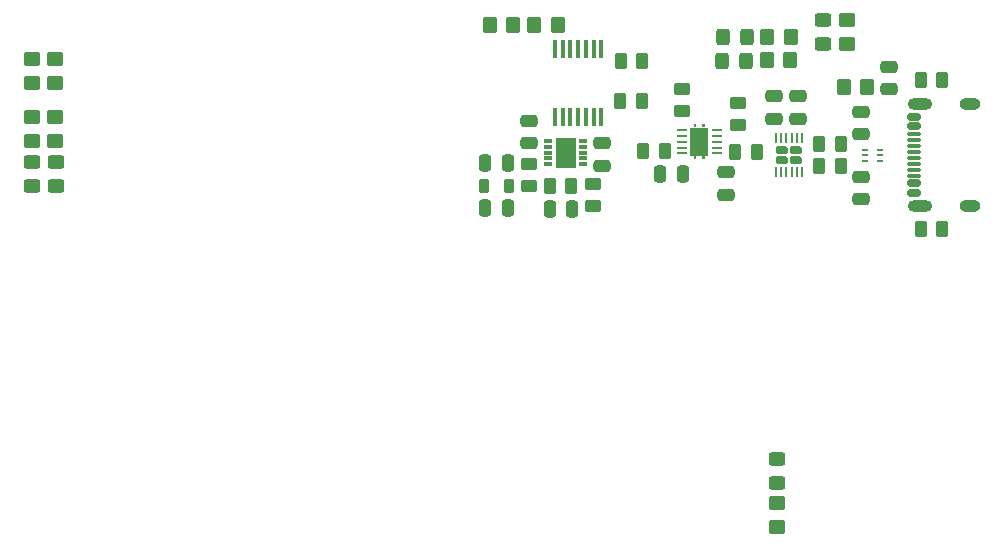
<source format=gbr>
%TF.GenerationSoftware,KiCad,Pcbnew,8.0.8*%
%TF.CreationDate,2025-03-09T10:32:03-07:00*%
%TF.ProjectId,live-video-multi-function-board,6c697665-2d76-4696-9465-6f2d6d756c74,rev?*%
%TF.SameCoordinates,Original*%
%TF.FileFunction,Paste,Top*%
%TF.FilePolarity,Positive*%
%FSLAX46Y46*%
G04 Gerber Fmt 4.6, Leading zero omitted, Abs format (unit mm)*
G04 Created by KiCad (PCBNEW 8.0.8) date 2025-03-09 10:32:03*
%MOMM*%
%LPD*%
G01*
G04 APERTURE LIST*
G04 Aperture macros list*
%AMRoundRect*
0 Rectangle with rounded corners*
0 $1 Rounding radius*
0 $2 $3 $4 $5 $6 $7 $8 $9 X,Y pos of 4 corners*
0 Add a 4 corners polygon primitive as box body*
4,1,4,$2,$3,$4,$5,$6,$7,$8,$9,$2,$3,0*
0 Add four circle primitives for the rounded corners*
1,1,$1+$1,$2,$3*
1,1,$1+$1,$4,$5*
1,1,$1+$1,$6,$7*
1,1,$1+$1,$8,$9*
0 Add four rect primitives between the rounded corners*
20,1,$1+$1,$2,$3,$4,$5,0*
20,1,$1+$1,$4,$5,$6,$7,0*
20,1,$1+$1,$6,$7,$8,$9,0*
20,1,$1+$1,$8,$9,$2,$3,0*%
G04 Aperture macros list end*
%ADD10C,0.000000*%
%ADD11RoundRect,0.172500X-0.332500X0.172500X-0.332500X-0.172500X0.332500X-0.172500X0.332500X0.172500X0*%
%ADD12RoundRect,0.050000X-0.050000X0.350000X-0.050000X-0.350000X0.050000X-0.350000X0.050000X0.350000X0*%
%ADD13RoundRect,0.250000X-0.350000X-0.450000X0.350000X-0.450000X0.350000X0.450000X-0.350000X0.450000X0*%
%ADD14RoundRect,0.250000X0.262500X0.450000X-0.262500X0.450000X-0.262500X-0.450000X0.262500X-0.450000X0*%
%ADD15RoundRect,0.250000X-0.450000X0.350000X-0.450000X-0.350000X0.450000X-0.350000X0.450000X0.350000X0*%
%ADD16RoundRect,0.250000X0.325000X0.450000X-0.325000X0.450000X-0.325000X-0.450000X0.325000X-0.450000X0*%
%ADD17RoundRect,0.250000X-0.262500X-0.450000X0.262500X-0.450000X0.262500X0.450000X-0.262500X0.450000X0*%
%ADD18RoundRect,0.250000X0.350000X0.450000X-0.350000X0.450000X-0.350000X-0.450000X0.350000X-0.450000X0*%
%ADD19RoundRect,0.250000X0.450000X-0.350000X0.450000X0.350000X-0.450000X0.350000X-0.450000X-0.350000X0*%
%ADD20RoundRect,0.250000X-0.450000X0.325000X-0.450000X-0.325000X0.450000X-0.325000X0.450000X0.325000X0*%
%ADD21RoundRect,0.250000X0.475000X-0.250000X0.475000X0.250000X-0.475000X0.250000X-0.475000X-0.250000X0*%
%ADD22RoundRect,0.150000X0.425000X-0.150000X0.425000X0.150000X-0.425000X0.150000X-0.425000X-0.150000X0*%
%ADD23RoundRect,0.075000X0.500000X-0.075000X0.500000X0.075000X-0.500000X0.075000X-0.500000X-0.075000X0*%
%ADD24O,2.100000X1.000000*%
%ADD25O,1.800000X1.000000*%
%ADD26R,0.812800X0.254000*%
%ADD27R,1.650000X2.400000*%
%ADD28RoundRect,0.250000X0.250000X0.475000X-0.250000X0.475000X-0.250000X-0.475000X0.250000X-0.475000X0*%
%ADD29RoundRect,0.051250X0.153750X-0.733750X0.153750X0.733750X-0.153750X0.733750X-0.153750X-0.733750X0*%
%ADD30RoundRect,0.250000X-0.475000X0.250000X-0.475000X-0.250000X0.475000X-0.250000X0.475000X0.250000X0*%
%ADD31R,0.584200X0.279400*%
%ADD32RoundRect,0.250000X0.450000X-0.262500X0.450000X0.262500X-0.450000X0.262500X-0.450000X-0.262500X0*%
%ADD33R,0.800000X0.300000*%
%ADD34R,1.750000X2.500000*%
%ADD35RoundRect,0.250000X-0.450000X0.262500X-0.450000X-0.262500X0.450000X-0.262500X0.450000X0.262500X0*%
%ADD36RoundRect,0.250000X-0.250000X-0.475000X0.250000X-0.475000X0.250000X0.475000X-0.250000X0.475000X0*%
%ADD37RoundRect,0.250000X0.450000X-0.325000X0.450000X0.325000X-0.450000X0.325000X-0.450000X-0.325000X0*%
%ADD38RoundRect,0.218750X0.218750X0.381250X-0.218750X0.381250X-0.218750X-0.381250X0.218750X-0.381250X0*%
G04 APERTURE END LIST*
D10*
%TO.C,U2*%
G36*
X164042737Y-83644748D02*
G01*
X163792737Y-83644748D01*
X163792737Y-83344748D01*
X164042737Y-83344748D01*
X164042737Y-83644748D01*
G37*
G36*
X164042737Y-83644748D02*
G01*
X163792737Y-83644748D01*
X163792737Y-83344748D01*
X164042737Y-83344748D01*
X164042737Y-83644748D01*
G37*
G36*
X164042737Y-86344748D02*
G01*
X163792737Y-86344748D01*
X163792737Y-86044748D01*
X164042737Y-86044748D01*
X164042737Y-86344748D01*
G37*
G36*
X164042737Y-86344748D02*
G01*
X163792737Y-86344748D01*
X163792737Y-86044748D01*
X164042737Y-86044748D01*
X164042737Y-86344748D01*
G37*
G36*
X164792863Y-83644748D02*
G01*
X164542863Y-83644748D01*
X164542863Y-83344748D01*
X164792863Y-83344748D01*
X164792863Y-83644748D01*
G37*
G36*
X164792863Y-83644748D02*
G01*
X164542863Y-83644748D01*
X164542863Y-83344748D01*
X164792863Y-83344748D01*
X164792863Y-83644748D01*
G37*
G36*
X164792863Y-86344748D02*
G01*
X164542863Y-86344748D01*
X164542863Y-86044748D01*
X164792863Y-86044748D01*
X164792863Y-86344748D01*
G37*
G36*
X164792863Y-86344748D02*
G01*
X164542863Y-86344748D01*
X164542863Y-86044748D01*
X164792863Y-86044748D01*
X164792863Y-86344748D01*
G37*
%TD*%
D11*
%TO.C,U4*%
X172495000Y-85545000D03*
X171245000Y-85545000D03*
X172495000Y-86395000D03*
X171245000Y-86395000D03*
D12*
X172995000Y-84520000D03*
X172545000Y-84520000D03*
X172095000Y-84520000D03*
X171645000Y-84520000D03*
X171195000Y-84520000D03*
X170745000Y-84520000D03*
X170745000Y-87420000D03*
X171195000Y-87420000D03*
X171645000Y-87420000D03*
X172095000Y-87420000D03*
X172545000Y-87420000D03*
X172995000Y-87420000D03*
%TD*%
D13*
%TO.C,R19*%
X170030000Y-76005000D03*
X172030000Y-76005000D03*
%TD*%
%TO.C,FB1*%
X176500000Y-80210000D03*
X178500000Y-80210000D03*
%TD*%
D14*
%TO.C,R18*%
X159437500Y-78015000D03*
X157612500Y-78015000D03*
%TD*%
D15*
%TO.C,R5*%
X176750000Y-74560000D03*
X176750000Y-76560000D03*
%TD*%
D16*
%TO.C,BSTAT2*%
X168300000Y-76010000D03*
X166250000Y-76010000D03*
%TD*%
D17*
%TO.C,R9*%
X183025000Y-92260000D03*
X184850000Y-92260000D03*
%TD*%
D18*
%TO.C,R22*%
X152300000Y-74960000D03*
X150300000Y-74960000D03*
%TD*%
D19*
%TO.C,R6*%
X109750000Y-79860000D03*
X109750000Y-77860000D03*
%TD*%
D20*
%TO.C,VBus1*%
X174725000Y-74562500D03*
X174725000Y-76612500D03*
%TD*%
D21*
%TO.C,C8*%
X178000000Y-89710000D03*
X178000000Y-87810000D03*
%TD*%
D14*
%TO.C,R7*%
X169170000Y-85720000D03*
X167345000Y-85720000D03*
%TD*%
D17*
%TO.C,R13*%
X174420000Y-85010000D03*
X176245000Y-85010000D03*
%TD*%
D22*
%TO.C,J10*%
X182425000Y-89160000D03*
X182425000Y-88360000D03*
D23*
X182425000Y-87210000D03*
X182425000Y-86210000D03*
X182425000Y-85710000D03*
X182425000Y-84710000D03*
D22*
X182425000Y-83560000D03*
X182425000Y-82760000D03*
X182425000Y-82760000D03*
X182425000Y-83560000D03*
D23*
X182425000Y-84210000D03*
X182425000Y-85210000D03*
X182425000Y-86710000D03*
X182425000Y-87710000D03*
D22*
X182425000Y-88360000D03*
X182425000Y-89160000D03*
D24*
X183000000Y-90280000D03*
D25*
X187180000Y-90280000D03*
D24*
X183000000Y-81640000D03*
D25*
X187180000Y-81640000D03*
%TD*%
D21*
%TO.C,C4*%
X149875000Y-84965000D03*
X149875000Y-83065000D03*
%TD*%
D15*
%TO.C,R4*%
X107800000Y-77860000D03*
X107800000Y-79860000D03*
%TD*%
D18*
%TO.C,R23*%
X148550000Y-74960000D03*
X146550000Y-74960000D03*
%TD*%
D13*
%TO.C,R20*%
X170000000Y-77910000D03*
X172000000Y-77910000D03*
%TD*%
D19*
%TO.C,R16*%
X107800000Y-84760000D03*
X107800000Y-82760000D03*
%TD*%
D15*
%TO.C,R21*%
X170850000Y-115460000D03*
X170850000Y-117460000D03*
%TD*%
D26*
%TO.C,U2*%
X165740600Y-85845000D03*
X165740600Y-85344874D03*
X165740600Y-84844748D03*
X165740600Y-84344622D03*
X165740600Y-83844496D03*
X162845000Y-83844496D03*
X162845000Y-84344622D03*
X162845000Y-84844748D03*
X162845000Y-85344874D03*
X162845000Y-85845000D03*
D27*
X164292800Y-84844748D03*
%TD*%
D19*
%TO.C,R15*%
X109750000Y-84760000D03*
X109750000Y-82760000D03*
%TD*%
D20*
%TO.C,3V3*%
X109800000Y-86535000D03*
X109800000Y-88585000D03*
%TD*%
D28*
%TO.C,C3*%
X148075000Y-86665000D03*
X146175000Y-86665000D03*
%TD*%
D29*
%TO.C,U5*%
X152075000Y-82755000D03*
X152725000Y-82755000D03*
X153375000Y-82755000D03*
X154025000Y-82755000D03*
X154675000Y-82755000D03*
X155325000Y-82755000D03*
X155975000Y-82755000D03*
X155975000Y-77015000D03*
X155325000Y-77015000D03*
X154675000Y-77015000D03*
X154025000Y-77015000D03*
X153375000Y-77015000D03*
X152725000Y-77015000D03*
X152075000Y-77015000D03*
%TD*%
D30*
%TO.C,C7*%
X170645000Y-81020000D03*
X170645000Y-82920000D03*
%TD*%
D31*
%TO.C,U3*%
X179600000Y-86510000D03*
X179600000Y-86010001D03*
X179600000Y-85510002D03*
X178279200Y-85510002D03*
X178279200Y-86010001D03*
X178279200Y-86510000D03*
%TD*%
D14*
%TO.C,R14*%
X161357500Y-85610000D03*
X159532500Y-85610000D03*
%TD*%
D32*
%TO.C,R1*%
X155275000Y-90290000D03*
X155275000Y-88465000D03*
%TD*%
D33*
%TO.C,U1*%
X151475000Y-84765000D03*
X151475000Y-85265000D03*
X151475000Y-85765000D03*
X151475000Y-86265000D03*
X151475000Y-86765000D03*
X154475000Y-86765000D03*
X154475000Y-86265000D03*
X154475000Y-85765000D03*
X154475000Y-85265000D03*
X154475000Y-84765000D03*
D34*
X152975000Y-85765000D03*
%TD*%
D35*
%TO.C,R3*%
X149875000Y-86765000D03*
X149875000Y-88590000D03*
%TD*%
D36*
%TO.C,C2*%
X146175000Y-90465000D03*
X148075000Y-90465000D03*
%TD*%
D20*
%TO.C,5V0*%
X107815000Y-86540000D03*
X107815000Y-88590000D03*
%TD*%
D36*
%TO.C,C11*%
X160995000Y-87620000D03*
X162895000Y-87620000D03*
%TD*%
D17*
%TO.C,R10*%
X183025000Y-79660000D03*
X184850000Y-79660000D03*
%TD*%
D30*
%TO.C,C10*%
X172645000Y-81020000D03*
X172645000Y-82920000D03*
%TD*%
D14*
%TO.C,R17*%
X159425000Y-81365000D03*
X157600000Y-81365000D03*
%TD*%
D30*
%TO.C,C6*%
X180350000Y-78510000D03*
X180350000Y-80410000D03*
%TD*%
D37*
%TO.C,STAT1*%
X170845000Y-113740000D03*
X170845000Y-111690000D03*
%TD*%
D28*
%TO.C,C1*%
X153525000Y-90565000D03*
X151625000Y-90565000D03*
%TD*%
D17*
%TO.C,R12*%
X174420000Y-86910000D03*
X176245000Y-86910000D03*
%TD*%
D21*
%TO.C,C5*%
X166545000Y-89345000D03*
X166545000Y-87445000D03*
%TD*%
D32*
%TO.C,R8*%
X167545000Y-83432500D03*
X167545000Y-81607500D03*
%TD*%
D16*
%TO.C,BSTAT1*%
X168270000Y-77975000D03*
X166220000Y-77975000D03*
%TD*%
D32*
%TO.C,R11*%
X162845000Y-82232500D03*
X162845000Y-80407500D03*
%TD*%
D38*
%TO.C,L1*%
X148175000Y-88565000D03*
X146050000Y-88565000D03*
%TD*%
D30*
%TO.C,C9*%
X178000000Y-82310000D03*
X178000000Y-84210000D03*
%TD*%
D14*
%TO.C,R2*%
X153425000Y-88565000D03*
X151600000Y-88565000D03*
%TD*%
D30*
%TO.C,CIN1*%
X156075000Y-84965000D03*
X156075000Y-86865000D03*
%TD*%
M02*

</source>
